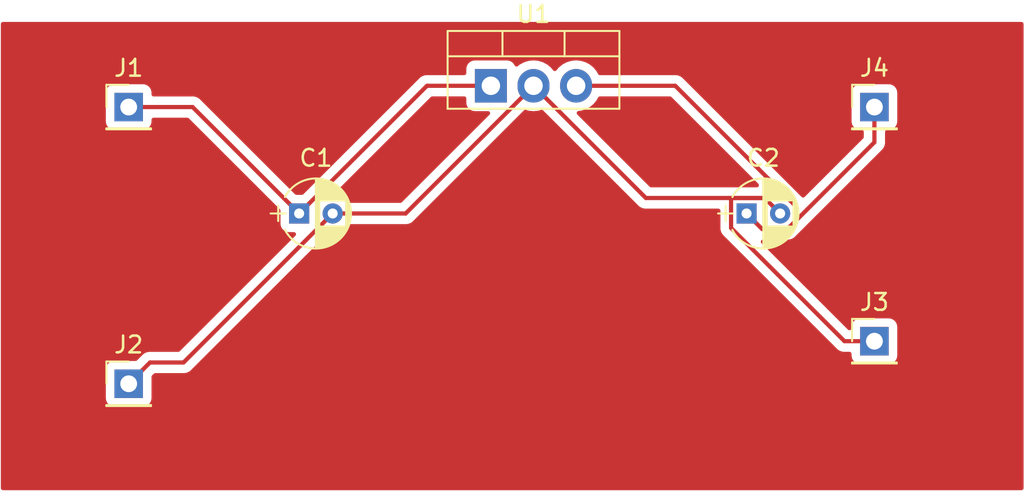
<source format=kicad_pcb>
(kicad_pcb (version 20171130) (host pcbnew 5.1.6+dfsg1-1)

  (general
    (thickness 1.6)
    (drawings 1)
    (tracks 25)
    (zones 0)
    (modules 7)
    (nets 4)
  )

  (page A4)
  (layers
    (0 F.Cu signal)
    (31 B.Cu signal)
    (32 B.Adhes user)
    (33 F.Adhes user)
    (34 B.Paste user)
    (35 F.Paste user)
    (36 B.SilkS user)
    (37 F.SilkS user)
    (38 B.Mask user)
    (39 F.Mask user)
    (40 Dwgs.User user)
    (41 Cmts.User user)
    (42 Eco1.User user)
    (43 Eco2.User user)
    (44 Edge.Cuts user)
    (45 Margin user)
    (46 B.CrtYd user)
    (47 F.CrtYd user)
    (48 B.Fab user)
    (49 F.Fab user)
  )

  (setup
    (last_trace_width 0.25)
    (trace_clearance 0.2)
    (zone_clearance 0.508)
    (zone_45_only no)
    (trace_min 0.2)
    (via_size 0.8)
    (via_drill 0.4)
    (via_min_size 0.4)
    (via_min_drill 0.3)
    (uvia_size 0.3)
    (uvia_drill 0.1)
    (uvias_allowed no)
    (uvia_min_size 0.2)
    (uvia_min_drill 0.1)
    (edge_width 0.05)
    (segment_width 0.2)
    (pcb_text_width 0.3)
    (pcb_text_size 1.5 1.5)
    (mod_edge_width 0.12)
    (mod_text_size 1 1)
    (mod_text_width 0.15)
    (pad_size 1.524 1.524)
    (pad_drill 0.762)
    (pad_to_mask_clearance 0.05)
    (aux_axis_origin 0 0)
    (visible_elements FFFFFF7F)
    (pcbplotparams
      (layerselection 0x010fc_ffffffff)
      (usegerberextensions false)
      (usegerberattributes true)
      (usegerberadvancedattributes true)
      (creategerberjobfile true)
      (excludeedgelayer true)
      (linewidth 0.100000)
      (plotframeref false)
      (viasonmask false)
      (mode 1)
      (useauxorigin false)
      (hpglpennumber 1)
      (hpglpenspeed 20)
      (hpglpendiameter 15.000000)
      (psnegative false)
      (psa4output false)
      (plotreference true)
      (plotvalue true)
      (plotinvisibletext false)
      (padsonsilk false)
      (subtractmaskfromsilk false)
      (outputformat 1)
      (mirror false)
      (drillshape 0)
      (scaleselection 1)
      (outputdirectory ""))
  )

  (net 0 "")
  (net 1 GND)
  (net 2 "Net-(C1-Pad1)")
  (net 3 "Net-(C2-Pad1)")

  (net_class Default "This is the default net class."
    (clearance 0.2)
    (trace_width 0.25)
    (via_dia 0.8)
    (via_drill 0.4)
    (uvia_dia 0.3)
    (uvia_drill 0.1)
    (add_net GND)
    (add_net "Net-(C1-Pad1)")
    (add_net "Net-(C2-Pad1)")
  )

  (module Package_TO_SOT_THT:TO-220-3_Vertical (layer F.Cu) (tedit 5AC8BA0D) (tstamp 611E58C8)
    (at 130.81 82.55)
    (descr "TO-220-3, Vertical, RM 2.54mm, see https://www.vishay.com/docs/66542/to-220-1.pdf")
    (tags "TO-220-3 Vertical RM 2.54mm")
    (path /611EA248)
    (fp_text reference U1 (at 2.54 -4.27) (layer F.SilkS)
      (effects (font (size 1 1) (thickness 0.15)))
    )
    (fp_text value LM7805 (at 2.54 2.5) (layer F.Fab)
      (effects (font (size 1 1) (thickness 0.15)))
    )
    (fp_text user %R (at 2.54 -4.27) (layer F.Fab)
      (effects (font (size 1 1) (thickness 0.15)))
    )
    (fp_line (start -2.46 -3.15) (end -2.46 1.25) (layer F.Fab) (width 0.1))
    (fp_line (start -2.46 1.25) (end 7.54 1.25) (layer F.Fab) (width 0.1))
    (fp_line (start 7.54 1.25) (end 7.54 -3.15) (layer F.Fab) (width 0.1))
    (fp_line (start 7.54 -3.15) (end -2.46 -3.15) (layer F.Fab) (width 0.1))
    (fp_line (start -2.46 -1.88) (end 7.54 -1.88) (layer F.Fab) (width 0.1))
    (fp_line (start 0.69 -3.15) (end 0.69 -1.88) (layer F.Fab) (width 0.1))
    (fp_line (start 4.39 -3.15) (end 4.39 -1.88) (layer F.Fab) (width 0.1))
    (fp_line (start -2.58 -3.27) (end 7.66 -3.27) (layer F.SilkS) (width 0.12))
    (fp_line (start -2.58 1.371) (end 7.66 1.371) (layer F.SilkS) (width 0.12))
    (fp_line (start -2.58 -3.27) (end -2.58 1.371) (layer F.SilkS) (width 0.12))
    (fp_line (start 7.66 -3.27) (end 7.66 1.371) (layer F.SilkS) (width 0.12))
    (fp_line (start -2.58 -1.76) (end 7.66 -1.76) (layer F.SilkS) (width 0.12))
    (fp_line (start 0.69 -3.27) (end 0.69 -1.76) (layer F.SilkS) (width 0.12))
    (fp_line (start 4.391 -3.27) (end 4.391 -1.76) (layer F.SilkS) (width 0.12))
    (fp_line (start -2.71 -3.4) (end -2.71 1.51) (layer F.CrtYd) (width 0.05))
    (fp_line (start -2.71 1.51) (end 7.79 1.51) (layer F.CrtYd) (width 0.05))
    (fp_line (start 7.79 1.51) (end 7.79 -3.4) (layer F.CrtYd) (width 0.05))
    (fp_line (start 7.79 -3.4) (end -2.71 -3.4) (layer F.CrtYd) (width 0.05))
    (pad 3 thru_hole oval (at 5.08 0) (size 1.905 2) (drill 1.1) (layers *.Cu *.Mask)
      (net 3 "Net-(C2-Pad1)"))
    (pad 2 thru_hole oval (at 2.54 0) (size 1.905 2) (drill 1.1) (layers *.Cu *.Mask)
      (net 1 GND))
    (pad 1 thru_hole rect (at 0 0) (size 1.905 2) (drill 1.1) (layers *.Cu *.Mask)
      (net 2 "Net-(C1-Pad1)"))
    (model ${KICAD6_3DMODEL_DIR}/Package_TO_SOT_THT.3dshapes/TO-220-3_Vertical.wrl
      (at (xyz 0 0 0))
      (scale (xyz 1 1 1))
      (rotate (xyz 0 0 0))
    )
  )

  (module Connector_PinHeader_2.54mm:PinHeader_1x01_P2.54mm_Vertical (layer F.Cu) (tedit 59FED5CC) (tstamp 611E58AE)
    (at 153.67 83.82)
    (descr "Through hole straight pin header, 1x01, 2.54mm pitch, single row")
    (tags "Through hole pin header THT 1x01 2.54mm single row")
    (path /61239FA0)
    (fp_text reference J4 (at 0 -2.33) (layer F.SilkS)
      (effects (font (size 1 1) (thickness 0.15)))
    )
    (fp_text value +5V (at 0 2.33) (layer F.Fab)
      (effects (font (size 1 1) (thickness 0.15)))
    )
    (fp_text user %R (at 0 0 90) (layer F.Fab)
      (effects (font (size 1 1) (thickness 0.15)))
    )
    (fp_line (start -0.635 -1.27) (end 1.27 -1.27) (layer F.Fab) (width 0.1))
    (fp_line (start 1.27 -1.27) (end 1.27 1.27) (layer F.Fab) (width 0.1))
    (fp_line (start 1.27 1.27) (end -1.27 1.27) (layer F.Fab) (width 0.1))
    (fp_line (start -1.27 1.27) (end -1.27 -0.635) (layer F.Fab) (width 0.1))
    (fp_line (start -1.27 -0.635) (end -0.635 -1.27) (layer F.Fab) (width 0.1))
    (fp_line (start -1.33 1.33) (end 1.33 1.33) (layer F.SilkS) (width 0.12))
    (fp_line (start -1.33 1.27) (end -1.33 1.33) (layer F.SilkS) (width 0.12))
    (fp_line (start 1.33 1.27) (end 1.33 1.33) (layer F.SilkS) (width 0.12))
    (fp_line (start -1.33 1.27) (end 1.33 1.27) (layer F.SilkS) (width 0.12))
    (fp_line (start -1.33 0) (end -1.33 -1.33) (layer F.SilkS) (width 0.12))
    (fp_line (start -1.33 -1.33) (end 0 -1.33) (layer F.SilkS) (width 0.12))
    (fp_line (start -1.8 -1.8) (end -1.8 1.8) (layer F.CrtYd) (width 0.05))
    (fp_line (start -1.8 1.8) (end 1.8 1.8) (layer F.CrtYd) (width 0.05))
    (fp_line (start 1.8 1.8) (end 1.8 -1.8) (layer F.CrtYd) (width 0.05))
    (fp_line (start 1.8 -1.8) (end -1.8 -1.8) (layer F.CrtYd) (width 0.05))
    (pad 1 thru_hole rect (at 0 0) (size 1.7 1.7) (drill 1) (layers *.Cu *.Mask)
      (net 3 "Net-(C2-Pad1)"))
    (model ${KICAD6_3DMODEL_DIR}/Connector_PinHeader_2.54mm.3dshapes/PinHeader_1x01_P2.54mm_Vertical.wrl
      (at (xyz 0 0 0))
      (scale (xyz 1 1 1))
      (rotate (xyz 0 0 0))
    )
  )

  (module Connector_PinHeader_2.54mm:PinHeader_1x01_P2.54mm_Vertical (layer F.Cu) (tedit 59FED5CC) (tstamp 611E5899)
    (at 153.67 97.79)
    (descr "Through hole straight pin header, 1x01, 2.54mm pitch, single row")
    (tags "Through hole pin header THT 1x01 2.54mm single row")
    (path /611FB2AA)
    (fp_text reference J3 (at 0 -2.33) (layer F.SilkS)
      (effects (font (size 1 1) (thickness 0.15)))
    )
    (fp_text value GND (at 0 2.33) (layer F.Fab)
      (effects (font (size 1 1) (thickness 0.15)))
    )
    (fp_text user %R (at 0 0 90) (layer F.Fab)
      (effects (font (size 1 1) (thickness 0.15)))
    )
    (fp_line (start -0.635 -1.27) (end 1.27 -1.27) (layer F.Fab) (width 0.1))
    (fp_line (start 1.27 -1.27) (end 1.27 1.27) (layer F.Fab) (width 0.1))
    (fp_line (start 1.27 1.27) (end -1.27 1.27) (layer F.Fab) (width 0.1))
    (fp_line (start -1.27 1.27) (end -1.27 -0.635) (layer F.Fab) (width 0.1))
    (fp_line (start -1.27 -0.635) (end -0.635 -1.27) (layer F.Fab) (width 0.1))
    (fp_line (start -1.33 1.33) (end 1.33 1.33) (layer F.SilkS) (width 0.12))
    (fp_line (start -1.33 1.27) (end -1.33 1.33) (layer F.SilkS) (width 0.12))
    (fp_line (start 1.33 1.27) (end 1.33 1.33) (layer F.SilkS) (width 0.12))
    (fp_line (start -1.33 1.27) (end 1.33 1.27) (layer F.SilkS) (width 0.12))
    (fp_line (start -1.33 0) (end -1.33 -1.33) (layer F.SilkS) (width 0.12))
    (fp_line (start -1.33 -1.33) (end 0 -1.33) (layer F.SilkS) (width 0.12))
    (fp_line (start -1.8 -1.8) (end -1.8 1.8) (layer F.CrtYd) (width 0.05))
    (fp_line (start -1.8 1.8) (end 1.8 1.8) (layer F.CrtYd) (width 0.05))
    (fp_line (start 1.8 1.8) (end 1.8 -1.8) (layer F.CrtYd) (width 0.05))
    (fp_line (start 1.8 -1.8) (end -1.8 -1.8) (layer F.CrtYd) (width 0.05))
    (pad 1 thru_hole rect (at 0 0) (size 1.7 1.7) (drill 1) (layers *.Cu *.Mask)
      (net 1 GND))
    (model ${KICAD6_3DMODEL_DIR}/Connector_PinHeader_2.54mm.3dshapes/PinHeader_1x01_P2.54mm_Vertical.wrl
      (at (xyz 0 0 0))
      (scale (xyz 1 1 1))
      (rotate (xyz 0 0 0))
    )
  )

  (module Connector_PinHeader_2.54mm:PinHeader_1x01_P2.54mm_Vertical (layer F.Cu) (tedit 59FED5CC) (tstamp 611E5884)
    (at 109.22 100.33)
    (descr "Through hole straight pin header, 1x01, 2.54mm pitch, single row")
    (tags "Through hole pin header THT 1x01 2.54mm single row")
    (path /611EC6FA)
    (fp_text reference J2 (at 0 -2.33) (layer F.SilkS)
      (effects (font (size 1 1) (thickness 0.15)))
    )
    (fp_text value GND (at 0 2.33) (layer F.Fab)
      (effects (font (size 1 1) (thickness 0.15)))
    )
    (fp_text user %R (at -2.54 0 90) (layer F.Fab)
      (effects (font (size 1 1) (thickness 0.15)))
    )
    (fp_line (start -0.635 -1.27) (end 1.27 -1.27) (layer F.Fab) (width 0.1))
    (fp_line (start 1.27 -1.27) (end 1.27 1.27) (layer F.Fab) (width 0.1))
    (fp_line (start 1.27 1.27) (end -1.27 1.27) (layer F.Fab) (width 0.1))
    (fp_line (start -1.27 1.27) (end -1.27 -0.635) (layer F.Fab) (width 0.1))
    (fp_line (start -1.27 -0.635) (end -0.635 -1.27) (layer F.Fab) (width 0.1))
    (fp_line (start -1.33 1.33) (end 1.33 1.33) (layer F.SilkS) (width 0.12))
    (fp_line (start -1.33 1.27) (end -1.33 1.33) (layer F.SilkS) (width 0.12))
    (fp_line (start 1.33 1.27) (end 1.33 1.33) (layer F.SilkS) (width 0.12))
    (fp_line (start -1.33 1.27) (end 1.33 1.27) (layer F.SilkS) (width 0.12))
    (fp_line (start -1.33 0) (end -1.33 -1.33) (layer F.SilkS) (width 0.12))
    (fp_line (start -1.33 -1.33) (end 0 -1.33) (layer F.SilkS) (width 0.12))
    (fp_line (start -1.8 -1.8) (end -1.8 1.8) (layer F.CrtYd) (width 0.05))
    (fp_line (start -1.8 1.8) (end 1.8 1.8) (layer F.CrtYd) (width 0.05))
    (fp_line (start 1.8 1.8) (end 1.8 -1.8) (layer F.CrtYd) (width 0.05))
    (fp_line (start 1.8 -1.8) (end -1.8 -1.8) (layer F.CrtYd) (width 0.05))
    (pad 1 thru_hole rect (at 0 0) (size 1.7 1.7) (drill 1) (layers *.Cu *.Mask)
      (net 1 GND))
    (model ${KICAD6_3DMODEL_DIR}/Connector_PinHeader_2.54mm.3dshapes/PinHeader_1x01_P2.54mm_Vertical.wrl
      (at (xyz 0 0 0))
      (scale (xyz 1 1 1))
      (rotate (xyz 0 0 0))
    )
  )

  (module Connector_PinHeader_2.54mm:PinHeader_1x01_P2.54mm_Vertical (layer F.Cu) (tedit 59FED5CC) (tstamp 611E586F)
    (at 109.22 83.82)
    (descr "Through hole straight pin header, 1x01, 2.54mm pitch, single row")
    (tags "Through hole pin header THT 1x01 2.54mm single row")
    (path /611EC2FC)
    (fp_text reference J1 (at 0 -2.33) (layer F.SilkS)
      (effects (font (size 1 1) (thickness 0.15)))
    )
    (fp_text value "VCC +9V" (at 0 2.33) (layer F.Fab)
      (effects (font (size 1 1) (thickness 0.15)))
    )
    (fp_text user %R (at 0 0 90) (layer F.Fab)
      (effects (font (size 1 1) (thickness 0.15)))
    )
    (fp_line (start -0.635 -1.27) (end 1.27 -1.27) (layer F.Fab) (width 0.1))
    (fp_line (start 1.27 -1.27) (end 1.27 1.27) (layer F.Fab) (width 0.1))
    (fp_line (start 1.27 1.27) (end -1.27 1.27) (layer F.Fab) (width 0.1))
    (fp_line (start -1.27 1.27) (end -1.27 -0.635) (layer F.Fab) (width 0.1))
    (fp_line (start -1.27 -0.635) (end -0.635 -1.27) (layer F.Fab) (width 0.1))
    (fp_line (start -1.33 1.33) (end 1.33 1.33) (layer F.SilkS) (width 0.12))
    (fp_line (start -1.33 1.27) (end -1.33 1.33) (layer F.SilkS) (width 0.12))
    (fp_line (start 1.33 1.27) (end 1.33 1.33) (layer F.SilkS) (width 0.12))
    (fp_line (start -1.33 1.27) (end 1.33 1.27) (layer F.SilkS) (width 0.12))
    (fp_line (start -1.33 0) (end -1.33 -1.33) (layer F.SilkS) (width 0.12))
    (fp_line (start -1.33 -1.33) (end 0 -1.33) (layer F.SilkS) (width 0.12))
    (fp_line (start -1.8 -1.8) (end -1.8 1.8) (layer F.CrtYd) (width 0.05))
    (fp_line (start -1.8 1.8) (end 1.8 1.8) (layer F.CrtYd) (width 0.05))
    (fp_line (start 1.8 1.8) (end 1.8 -1.8) (layer F.CrtYd) (width 0.05))
    (fp_line (start 1.8 -1.8) (end -1.8 -1.8) (layer F.CrtYd) (width 0.05))
    (pad 1 thru_hole rect (at 0 0) (size 1.7 1.7) (drill 1) (layers *.Cu *.Mask)
      (net 2 "Net-(C1-Pad1)"))
    (model ${KICAD6_3DMODEL_DIR}/Connector_PinHeader_2.54mm.3dshapes/PinHeader_1x01_P2.54mm_Vertical.wrl
      (at (xyz 0 0 0))
      (scale (xyz 1 1 1))
      (rotate (xyz 0 0 0))
    )
  )

  (module Capacitors_ThroughHole:CP_Radial_D4.0mm_P2.00mm (layer F.Cu) (tedit 597BC7C2) (tstamp 611E585A)
    (at 146.05 90.17)
    (descr "CP, Radial series, Radial, pin pitch=2.00mm, , diameter=4mm, Electrolytic Capacitor")
    (tags "CP Radial series Radial pin pitch 2.00mm  diameter 4mm Electrolytic Capacitor")
    (path /611F7079)
    (fp_text reference C2 (at 1 -3.31) (layer F.SilkS)
      (effects (font (size 1 1) (thickness 0.15)))
    )
    (fp_text value 10uF/16V (at 1 3.31) (layer F.Fab)
      (effects (font (size 1 1) (thickness 0.15)))
    )
    (fp_text user %R (at 1 -5.08) (layer F.Fab)
      (effects (font (size 1 1) (thickness 0.15)))
    )
    (fp_arc (start 1 0) (end 2.845996 -0.98) (angle 55.9) (layer F.SilkS) (width 0.12))
    (fp_arc (start 1 0) (end -0.845996 0.98) (angle -124.1) (layer F.SilkS) (width 0.12))
    (fp_arc (start 1 0) (end -0.845996 -0.98) (angle 124.1) (layer F.SilkS) (width 0.12))
    (fp_circle (center 1 0) (end 3 0) (layer F.Fab) (width 0.1))
    (fp_line (start -1.7 0) (end -0.8 0) (layer F.Fab) (width 0.1))
    (fp_line (start -1.25 -0.45) (end -1.25 0.45) (layer F.Fab) (width 0.1))
    (fp_line (start 1 -2.05) (end 1 2.05) (layer F.SilkS) (width 0.12))
    (fp_line (start 1.04 -2.05) (end 1.04 2.05) (layer F.SilkS) (width 0.12))
    (fp_line (start 1.08 -2.049) (end 1.08 2.049) (layer F.SilkS) (width 0.12))
    (fp_line (start 1.12 -2.047) (end 1.12 2.047) (layer F.SilkS) (width 0.12))
    (fp_line (start 1.16 -2.044) (end 1.16 2.044) (layer F.SilkS) (width 0.12))
    (fp_line (start 1.2 -2.041) (end 1.2 2.041) (layer F.SilkS) (width 0.12))
    (fp_line (start 1.24 -2.037) (end 1.24 -0.78) (layer F.SilkS) (width 0.12))
    (fp_line (start 1.24 0.78) (end 1.24 2.037) (layer F.SilkS) (width 0.12))
    (fp_line (start 1.28 -2.032) (end 1.28 -0.78) (layer F.SilkS) (width 0.12))
    (fp_line (start 1.28 0.78) (end 1.28 2.032) (layer F.SilkS) (width 0.12))
    (fp_line (start 1.32 -2.026) (end 1.32 -0.78) (layer F.SilkS) (width 0.12))
    (fp_line (start 1.32 0.78) (end 1.32 2.026) (layer F.SilkS) (width 0.12))
    (fp_line (start 1.36 -2.019) (end 1.36 -0.78) (layer F.SilkS) (width 0.12))
    (fp_line (start 1.36 0.78) (end 1.36 2.019) (layer F.SilkS) (width 0.12))
    (fp_line (start 1.4 -2.012) (end 1.4 -0.78) (layer F.SilkS) (width 0.12))
    (fp_line (start 1.4 0.78) (end 1.4 2.012) (layer F.SilkS) (width 0.12))
    (fp_line (start 1.44 -2.004) (end 1.44 -0.78) (layer F.SilkS) (width 0.12))
    (fp_line (start 1.44 0.78) (end 1.44 2.004) (layer F.SilkS) (width 0.12))
    (fp_line (start 1.48 -1.995) (end 1.48 -0.78) (layer F.SilkS) (width 0.12))
    (fp_line (start 1.48 0.78) (end 1.48 1.995) (layer F.SilkS) (width 0.12))
    (fp_line (start 1.52 -1.985) (end 1.52 -0.78) (layer F.SilkS) (width 0.12))
    (fp_line (start 1.52 0.78) (end 1.52 1.985) (layer F.SilkS) (width 0.12))
    (fp_line (start 1.56 -1.974) (end 1.56 -0.78) (layer F.SilkS) (width 0.12))
    (fp_line (start 1.56 0.78) (end 1.56 1.974) (layer F.SilkS) (width 0.12))
    (fp_line (start 1.6 -1.963) (end 1.6 -0.78) (layer F.SilkS) (width 0.12))
    (fp_line (start 1.6 0.78) (end 1.6 1.963) (layer F.SilkS) (width 0.12))
    (fp_line (start 1.64 -1.95) (end 1.64 -0.78) (layer F.SilkS) (width 0.12))
    (fp_line (start 1.64 0.78) (end 1.64 1.95) (layer F.SilkS) (width 0.12))
    (fp_line (start 1.68 -1.937) (end 1.68 -0.78) (layer F.SilkS) (width 0.12))
    (fp_line (start 1.68 0.78) (end 1.68 1.937) (layer F.SilkS) (width 0.12))
    (fp_line (start 1.721 -1.923) (end 1.721 -0.78) (layer F.SilkS) (width 0.12))
    (fp_line (start 1.721 0.78) (end 1.721 1.923) (layer F.SilkS) (width 0.12))
    (fp_line (start 1.761 -1.907) (end 1.761 -0.78) (layer F.SilkS) (width 0.12))
    (fp_line (start 1.761 0.78) (end 1.761 1.907) (layer F.SilkS) (width 0.12))
    (fp_line (start 1.801 -1.891) (end 1.801 -0.78) (layer F.SilkS) (width 0.12))
    (fp_line (start 1.801 0.78) (end 1.801 1.891) (layer F.SilkS) (width 0.12))
    (fp_line (start 1.841 -1.874) (end 1.841 -0.78) (layer F.SilkS) (width 0.12))
    (fp_line (start 1.841 0.78) (end 1.841 1.874) (layer F.SilkS) (width 0.12))
    (fp_line (start 1.881 -1.856) (end 1.881 -0.78) (layer F.SilkS) (width 0.12))
    (fp_line (start 1.881 0.78) (end 1.881 1.856) (layer F.SilkS) (width 0.12))
    (fp_line (start 1.921 -1.837) (end 1.921 -0.78) (layer F.SilkS) (width 0.12))
    (fp_line (start 1.921 0.78) (end 1.921 1.837) (layer F.SilkS) (width 0.12))
    (fp_line (start 1.961 -1.817) (end 1.961 -0.78) (layer F.SilkS) (width 0.12))
    (fp_line (start 1.961 0.78) (end 1.961 1.817) (layer F.SilkS) (width 0.12))
    (fp_line (start 2.001 -1.796) (end 2.001 -0.78) (layer F.SilkS) (width 0.12))
    (fp_line (start 2.001 0.78) (end 2.001 1.796) (layer F.SilkS) (width 0.12))
    (fp_line (start 2.041 -1.773) (end 2.041 -0.78) (layer F.SilkS) (width 0.12))
    (fp_line (start 2.041 0.78) (end 2.041 1.773) (layer F.SilkS) (width 0.12))
    (fp_line (start 2.081 -1.75) (end 2.081 -0.78) (layer F.SilkS) (width 0.12))
    (fp_line (start 2.081 0.78) (end 2.081 1.75) (layer F.SilkS) (width 0.12))
    (fp_line (start 2.121 -1.725) (end 2.121 -0.78) (layer F.SilkS) (width 0.12))
    (fp_line (start 2.121 0.78) (end 2.121 1.725) (layer F.SilkS) (width 0.12))
    (fp_line (start 2.161 -1.699) (end 2.161 -0.78) (layer F.SilkS) (width 0.12))
    (fp_line (start 2.161 0.78) (end 2.161 1.699) (layer F.SilkS) (width 0.12))
    (fp_line (start 2.201 -1.672) (end 2.201 -0.78) (layer F.SilkS) (width 0.12))
    (fp_line (start 2.201 0.78) (end 2.201 1.672) (layer F.SilkS) (width 0.12))
    (fp_line (start 2.241 -1.643) (end 2.241 -0.78) (layer F.SilkS) (width 0.12))
    (fp_line (start 2.241 0.78) (end 2.241 1.643) (layer F.SilkS) (width 0.12))
    (fp_line (start 2.281 -1.613) (end 2.281 -0.78) (layer F.SilkS) (width 0.12))
    (fp_line (start 2.281 0.78) (end 2.281 1.613) (layer F.SilkS) (width 0.12))
    (fp_line (start 2.321 -1.581) (end 2.321 -0.78) (layer F.SilkS) (width 0.12))
    (fp_line (start 2.321 0.78) (end 2.321 1.581) (layer F.SilkS) (width 0.12))
    (fp_line (start 2.361 -1.547) (end 2.361 -0.78) (layer F.SilkS) (width 0.12))
    (fp_line (start 2.361 0.78) (end 2.361 1.547) (layer F.SilkS) (width 0.12))
    (fp_line (start 2.401 -1.512) (end 2.401 -0.78) (layer F.SilkS) (width 0.12))
    (fp_line (start 2.401 0.78) (end 2.401 1.512) (layer F.SilkS) (width 0.12))
    (fp_line (start 2.441 -1.475) (end 2.441 -0.78) (layer F.SilkS) (width 0.12))
    (fp_line (start 2.441 0.78) (end 2.441 1.475) (layer F.SilkS) (width 0.12))
    (fp_line (start 2.481 -1.436) (end 2.481 -0.78) (layer F.SilkS) (width 0.12))
    (fp_line (start 2.481 0.78) (end 2.481 1.436) (layer F.SilkS) (width 0.12))
    (fp_line (start 2.521 -1.395) (end 2.521 -0.78) (layer F.SilkS) (width 0.12))
    (fp_line (start 2.521 0.78) (end 2.521 1.395) (layer F.SilkS) (width 0.12))
    (fp_line (start 2.561 -1.351) (end 2.561 -0.78) (layer F.SilkS) (width 0.12))
    (fp_line (start 2.561 0.78) (end 2.561 1.351) (layer F.SilkS) (width 0.12))
    (fp_line (start 2.601 -1.305) (end 2.601 -0.78) (layer F.SilkS) (width 0.12))
    (fp_line (start 2.601 0.78) (end 2.601 1.305) (layer F.SilkS) (width 0.12))
    (fp_line (start 2.641 -1.256) (end 2.641 -0.78) (layer F.SilkS) (width 0.12))
    (fp_line (start 2.641 0.78) (end 2.641 1.256) (layer F.SilkS) (width 0.12))
    (fp_line (start 2.681 -1.204) (end 2.681 -0.78) (layer F.SilkS) (width 0.12))
    (fp_line (start 2.681 0.78) (end 2.681 1.204) (layer F.SilkS) (width 0.12))
    (fp_line (start 2.721 -1.148) (end 2.721 -0.78) (layer F.SilkS) (width 0.12))
    (fp_line (start 2.721 0.78) (end 2.721 1.148) (layer F.SilkS) (width 0.12))
    (fp_line (start 2.761 -1.088) (end 2.761 -0.78) (layer F.SilkS) (width 0.12))
    (fp_line (start 2.761 0.78) (end 2.761 1.088) (layer F.SilkS) (width 0.12))
    (fp_line (start 2.801 -1.023) (end 2.801 1.023) (layer F.SilkS) (width 0.12))
    (fp_line (start 2.841 -0.952) (end 2.841 0.952) (layer F.SilkS) (width 0.12))
    (fp_line (start 2.881 -0.874) (end 2.881 0.874) (layer F.SilkS) (width 0.12))
    (fp_line (start 2.921 -0.786) (end 2.921 0.786) (layer F.SilkS) (width 0.12))
    (fp_line (start 2.961 -0.686) (end 2.961 0.686) (layer F.SilkS) (width 0.12))
    (fp_line (start 3.001 -0.567) (end 3.001 0.567) (layer F.SilkS) (width 0.12))
    (fp_line (start 3.041 -0.415) (end 3.041 0.415) (layer F.SilkS) (width 0.12))
    (fp_line (start 3.081 -0.165) (end 3.081 0.165) (layer F.SilkS) (width 0.12))
    (fp_line (start -1.7 0) (end -0.8 0) (layer F.SilkS) (width 0.12))
    (fp_line (start -1.25 -0.45) (end -1.25 0.45) (layer F.SilkS) (width 0.12))
    (fp_line (start -1.35 -2.35) (end -1.35 2.35) (layer F.CrtYd) (width 0.05))
    (fp_line (start -1.35 2.35) (end 3.35 2.35) (layer F.CrtYd) (width 0.05))
    (fp_line (start 3.35 2.35) (end 3.35 -2.35) (layer F.CrtYd) (width 0.05))
    (fp_line (start 3.35 -2.35) (end -1.35 -2.35) (layer F.CrtYd) (width 0.05))
    (pad 2 thru_hole circle (at 2 0) (size 1.2 1.2) (drill 0.6) (layers *.Cu *.Mask)
      (net 1 GND))
    (pad 1 thru_hole rect (at 0 0) (size 1.2 1.2) (drill 0.6) (layers *.Cu *.Mask)
      (net 3 "Net-(C2-Pad1)"))
    (model ${KISYS3DMOD}/Capacitors_THT.3dshapes/CP_Radial_D4.0mm_P2.00mm.wrl
      (at (xyz 0 0 0))
      (scale (xyz 1 1 1))
      (rotate (xyz 0 0 0))
    )
  )

  (module Capacitors_ThroughHole:CP_Radial_D4.0mm_P2.00mm (layer F.Cu) (tedit 597BC7C2) (tstamp 611E57EB)
    (at 119.38 90.17)
    (descr "CP, Radial series, Radial, pin pitch=2.00mm, , diameter=4mm, Electrolytic Capacitor")
    (tags "CP Radial series Radial pin pitch 2.00mm  diameter 4mm Electrolytic Capacitor")
    (path /611EE496)
    (fp_text reference C1 (at 1 -3.31) (layer F.SilkS)
      (effects (font (size 1 1) (thickness 0.15)))
    )
    (fp_text value 200uF/25V (at 1 3.31) (layer F.Fab)
      (effects (font (size 1 1) (thickness 0.15)))
    )
    (fp_text user %R (at 3.81 -3.81) (layer F.Fab)
      (effects (font (size 1 1) (thickness 0.15)))
    )
    (fp_arc (start 1 0) (end 2.845996 -0.98) (angle 55.9) (layer F.SilkS) (width 0.12))
    (fp_arc (start 1 0) (end -0.845996 0.98) (angle -124.1) (layer F.SilkS) (width 0.12))
    (fp_arc (start 1 0) (end -0.845996 -0.98) (angle 124.1) (layer F.SilkS) (width 0.12))
    (fp_circle (center 1 0) (end 3 0) (layer F.Fab) (width 0.1))
    (fp_line (start -1.7 0) (end -0.8 0) (layer F.Fab) (width 0.1))
    (fp_line (start -1.25 -0.45) (end -1.25 0.45) (layer F.Fab) (width 0.1))
    (fp_line (start 1 -2.05) (end 1 2.05) (layer F.SilkS) (width 0.12))
    (fp_line (start 1.04 -2.05) (end 1.04 2.05) (layer F.SilkS) (width 0.12))
    (fp_line (start 1.08 -2.049) (end 1.08 2.049) (layer F.SilkS) (width 0.12))
    (fp_line (start 1.12 -2.047) (end 1.12 2.047) (layer F.SilkS) (width 0.12))
    (fp_line (start 1.16 -2.044) (end 1.16 2.044) (layer F.SilkS) (width 0.12))
    (fp_line (start 1.2 -2.041) (end 1.2 2.041) (layer F.SilkS) (width 0.12))
    (fp_line (start 1.24 -2.037) (end 1.24 -0.78) (layer F.SilkS) (width 0.12))
    (fp_line (start 1.24 0.78) (end 1.24 2.037) (layer F.SilkS) (width 0.12))
    (fp_line (start 1.28 -2.032) (end 1.28 -0.78) (layer F.SilkS) (width 0.12))
    (fp_line (start 1.28 0.78) (end 1.28 2.032) (layer F.SilkS) (width 0.12))
    (fp_line (start 1.32 -2.026) (end 1.32 -0.78) (layer F.SilkS) (width 0.12))
    (fp_line (start 1.32 0.78) (end 1.32 2.026) (layer F.SilkS) (width 0.12))
    (fp_line (start 1.36 -2.019) (end 1.36 -0.78) (layer F.SilkS) (width 0.12))
    (fp_line (start 1.36 0.78) (end 1.36 2.019) (layer F.SilkS) (width 0.12))
    (fp_line (start 1.4 -2.012) (end 1.4 -0.78) (layer F.SilkS) (width 0.12))
    (fp_line (start 1.4 0.78) (end 1.4 2.012) (layer F.SilkS) (width 0.12))
    (fp_line (start 1.44 -2.004) (end 1.44 -0.78) (layer F.SilkS) (width 0.12))
    (fp_line (start 1.44 0.78) (end 1.44 2.004) (layer F.SilkS) (width 0.12))
    (fp_line (start 1.48 -1.995) (end 1.48 -0.78) (layer F.SilkS) (width 0.12))
    (fp_line (start 1.48 0.78) (end 1.48 1.995) (layer F.SilkS) (width 0.12))
    (fp_line (start 1.52 -1.985) (end 1.52 -0.78) (layer F.SilkS) (width 0.12))
    (fp_line (start 1.52 0.78) (end 1.52 1.985) (layer F.SilkS) (width 0.12))
    (fp_line (start 1.56 -1.974) (end 1.56 -0.78) (layer F.SilkS) (width 0.12))
    (fp_line (start 1.56 0.78) (end 1.56 1.974) (layer F.SilkS) (width 0.12))
    (fp_line (start 1.6 -1.963) (end 1.6 -0.78) (layer F.SilkS) (width 0.12))
    (fp_line (start 1.6 0.78) (end 1.6 1.963) (layer F.SilkS) (width 0.12))
    (fp_line (start 1.64 -1.95) (end 1.64 -0.78) (layer F.SilkS) (width 0.12))
    (fp_line (start 1.64 0.78) (end 1.64 1.95) (layer F.SilkS) (width 0.12))
    (fp_line (start 1.68 -1.937) (end 1.68 -0.78) (layer F.SilkS) (width 0.12))
    (fp_line (start 1.68 0.78) (end 1.68 1.937) (layer F.SilkS) (width 0.12))
    (fp_line (start 1.721 -1.923) (end 1.721 -0.78) (layer F.SilkS) (width 0.12))
    (fp_line (start 1.721 0.78) (end 1.721 1.923) (layer F.SilkS) (width 0.12))
    (fp_line (start 1.761 -1.907) (end 1.761 -0.78) (layer F.SilkS) (width 0.12))
    (fp_line (start 1.761 0.78) (end 1.761 1.907) (layer F.SilkS) (width 0.12))
    (fp_line (start 1.801 -1.891) (end 1.801 -0.78) (layer F.SilkS) (width 0.12))
    (fp_line (start 1.801 0.78) (end 1.801 1.891) (layer F.SilkS) (width 0.12))
    (fp_line (start 1.841 -1.874) (end 1.841 -0.78) (layer F.SilkS) (width 0.12))
    (fp_line (start 1.841 0.78) (end 1.841 1.874) (layer F.SilkS) (width 0.12))
    (fp_line (start 1.881 -1.856) (end 1.881 -0.78) (layer F.SilkS) (width 0.12))
    (fp_line (start 1.881 0.78) (end 1.881 1.856) (layer F.SilkS) (width 0.12))
    (fp_line (start 1.921 -1.837) (end 1.921 -0.78) (layer F.SilkS) (width 0.12))
    (fp_line (start 1.921 0.78) (end 1.921 1.837) (layer F.SilkS) (width 0.12))
    (fp_line (start 1.961 -1.817) (end 1.961 -0.78) (layer F.SilkS) (width 0.12))
    (fp_line (start 1.961 0.78) (end 1.961 1.817) (layer F.SilkS) (width 0.12))
    (fp_line (start 2.001 -1.796) (end 2.001 -0.78) (layer F.SilkS) (width 0.12))
    (fp_line (start 2.001 0.78) (end 2.001 1.796) (layer F.SilkS) (width 0.12))
    (fp_line (start 2.041 -1.773) (end 2.041 -0.78) (layer F.SilkS) (width 0.12))
    (fp_line (start 2.041 0.78) (end 2.041 1.773) (layer F.SilkS) (width 0.12))
    (fp_line (start 2.081 -1.75) (end 2.081 -0.78) (layer F.SilkS) (width 0.12))
    (fp_line (start 2.081 0.78) (end 2.081 1.75) (layer F.SilkS) (width 0.12))
    (fp_line (start 2.121 -1.725) (end 2.121 -0.78) (layer F.SilkS) (width 0.12))
    (fp_line (start 2.121 0.78) (end 2.121 1.725) (layer F.SilkS) (width 0.12))
    (fp_line (start 2.161 -1.699) (end 2.161 -0.78) (layer F.SilkS) (width 0.12))
    (fp_line (start 2.161 0.78) (end 2.161 1.699) (layer F.SilkS) (width 0.12))
    (fp_line (start 2.201 -1.672) (end 2.201 -0.78) (layer F.SilkS) (width 0.12))
    (fp_line (start 2.201 0.78) (end 2.201 1.672) (layer F.SilkS) (width 0.12))
    (fp_line (start 2.241 -1.643) (end 2.241 -0.78) (layer F.SilkS) (width 0.12))
    (fp_line (start 2.241 0.78) (end 2.241 1.643) (layer F.SilkS) (width 0.12))
    (fp_line (start 2.281 -1.613) (end 2.281 -0.78) (layer F.SilkS) (width 0.12))
    (fp_line (start 2.281 0.78) (end 2.281 1.613) (layer F.SilkS) (width 0.12))
    (fp_line (start 2.321 -1.581) (end 2.321 -0.78) (layer F.SilkS) (width 0.12))
    (fp_line (start 2.321 0.78) (end 2.321 1.581) (layer F.SilkS) (width 0.12))
    (fp_line (start 2.361 -1.547) (end 2.361 -0.78) (layer F.SilkS) (width 0.12))
    (fp_line (start 2.361 0.78) (end 2.361 1.547) (layer F.SilkS) (width 0.12))
    (fp_line (start 2.401 -1.512) (end 2.401 -0.78) (layer F.SilkS) (width 0.12))
    (fp_line (start 2.401 0.78) (end 2.401 1.512) (layer F.SilkS) (width 0.12))
    (fp_line (start 2.441 -1.475) (end 2.441 -0.78) (layer F.SilkS) (width 0.12))
    (fp_line (start 2.441 0.78) (end 2.441 1.475) (layer F.SilkS) (width 0.12))
    (fp_line (start 2.481 -1.436) (end 2.481 -0.78) (layer F.SilkS) (width 0.12))
    (fp_line (start 2.481 0.78) (end 2.481 1.436) (layer F.SilkS) (width 0.12))
    (fp_line (start 2.521 -1.395) (end 2.521 -0.78) (layer F.SilkS) (width 0.12))
    (fp_line (start 2.521 0.78) (end 2.521 1.395) (layer F.SilkS) (width 0.12))
    (fp_line (start 2.561 -1.351) (end 2.561 -0.78) (layer F.SilkS) (width 0.12))
    (fp_line (start 2.561 0.78) (end 2.561 1.351) (layer F.SilkS) (width 0.12))
    (fp_line (start 2.601 -1.305) (end 2.601 -0.78) (layer F.SilkS) (width 0.12))
    (fp_line (start 2.601 0.78) (end 2.601 1.305) (layer F.SilkS) (width 0.12))
    (fp_line (start 2.641 -1.256) (end 2.641 -0.78) (layer F.SilkS) (width 0.12))
    (fp_line (start 2.641 0.78) (end 2.641 1.256) (layer F.SilkS) (width 0.12))
    (fp_line (start 2.681 -1.204) (end 2.681 -0.78) (layer F.SilkS) (width 0.12))
    (fp_line (start 2.681 0.78) (end 2.681 1.204) (layer F.SilkS) (width 0.12))
    (fp_line (start 2.721 -1.148) (end 2.721 -0.78) (layer F.SilkS) (width 0.12))
    (fp_line (start 2.721 0.78) (end 2.721 1.148) (layer F.SilkS) (width 0.12))
    (fp_line (start 2.761 -1.088) (end 2.761 -0.78) (layer F.SilkS) (width 0.12))
    (fp_line (start 2.761 0.78) (end 2.761 1.088) (layer F.SilkS) (width 0.12))
    (fp_line (start 2.801 -1.023) (end 2.801 1.023) (layer F.SilkS) (width 0.12))
    (fp_line (start 2.841 -0.952) (end 2.841 0.952) (layer F.SilkS) (width 0.12))
    (fp_line (start 2.881 -0.874) (end 2.881 0.874) (layer F.SilkS) (width 0.12))
    (fp_line (start 2.921 -0.786) (end 2.921 0.786) (layer F.SilkS) (width 0.12))
    (fp_line (start 2.961 -0.686) (end 2.961 0.686) (layer F.SilkS) (width 0.12))
    (fp_line (start 3.001 -0.567) (end 3.001 0.567) (layer F.SilkS) (width 0.12))
    (fp_line (start 3.041 -0.415) (end 3.041 0.415) (layer F.SilkS) (width 0.12))
    (fp_line (start 3.081 -0.165) (end 3.081 0.165) (layer F.SilkS) (width 0.12))
    (fp_line (start -1.7 0) (end -0.8 0) (layer F.SilkS) (width 0.12))
    (fp_line (start -1.25 -0.45) (end -1.25 0.45) (layer F.SilkS) (width 0.12))
    (fp_line (start -1.35 -2.35) (end -1.35 2.35) (layer F.CrtYd) (width 0.05))
    (fp_line (start -1.35 2.35) (end 3.35 2.35) (layer F.CrtYd) (width 0.05))
    (fp_line (start 3.35 2.35) (end 3.35 -2.35) (layer F.CrtYd) (width 0.05))
    (fp_line (start 3.35 -2.35) (end -1.35 -2.35) (layer F.CrtYd) (width 0.05))
    (pad 2 thru_hole circle (at 2 0) (size 1.2 1.2) (drill 0.6) (layers *.Cu *.Mask)
      (net 1 GND))
    (pad 1 thru_hole rect (at 0 0) (size 1.2 1.2) (drill 0.6) (layers *.Cu *.Mask)
      (net 2 "Net-(C1-Pad1)"))
    (model ${KISYS3DMOD}/Capacitors_THT.3dshapes/CP_Radial_D4.0mm_P2.00mm.wrl
      (at (xyz 0 0 0))
      (scale (xyz 1 1 1))
      (rotate (xyz 0 0 0))
    )
  )

  (gr_poly (pts (xy 162.56 106.68) (xy 101.6 106.68) (xy 101.6 78.74) (xy 162.56 78.74)) (layer Dwgs.User) (width 0.1))

  (segment (start 125.73 90.17) (end 133.35 82.55) (width 0.25) (layer F.Cu) (net 1))
  (segment (start 121.38 90.17) (end 125.73 90.17) (width 0.25) (layer F.Cu) (net 1))
  (segment (start 121.38 90.17) (end 112.49 99.06) (width 0.25) (layer F.Cu) (net 1))
  (segment (start 110.49 99.06) (end 109.22 100.33) (width 0.25) (layer F.Cu) (net 1))
  (segment (start 112.49 99.06) (end 110.49 99.06) (width 0.25) (layer F.Cu) (net 1))
  (segment (start 140.044999 89.244999) (end 147.124999 89.244999) (width 0.25) (layer F.Cu) (net 1))
  (segment (start 133.35 82.55) (end 140.044999 89.244999) (width 0.25) (layer F.Cu) (net 1))
  (segment (start 151.884998 97.79) (end 153.67 97.79) (width 0.25) (layer F.Cu) (net 1))
  (segment (start 145.124999 91.030001) (end 151.884998 97.79) (width 0.25) (layer F.Cu) (net 1))
  (segment (start 145.124999 89.309999) (end 145.124999 91.030001) (width 0.25) (layer F.Cu) (net 1))
  (segment (start 145.189999 89.244999) (end 145.124999 89.309999) (width 0.25) (layer F.Cu) (net 1))
  (segment (start 147.124999 89.244999) (end 145.189999 89.244999) (width 0.25) (layer F.Cu) (net 1))
  (segment (start 148.05 90.17) (end 147.124999 89.244999) (width 0.25) (layer F.Cu) (net 1))
  (segment (start 113.03 83.82) (end 119.38 90.17) (width 0.25) (layer F.Cu) (net 2))
  (segment (start 109.22 83.82) (end 113.03 83.82) (width 0.25) (layer F.Cu) (net 2))
  (segment (start 127 82.55) (end 130.81 82.55) (width 0.25) (layer F.Cu) (net 2))
  (segment (start 119.38 90.17) (end 127 82.55) (width 0.25) (layer F.Cu) (net 2))
  (segment (start 148.975001 90.614001) (end 148.494001 91.095001) (width 0.25) (layer F.Cu) (net 3))
  (segment (start 148.975001 89.725999) (end 148.975001 90.614001) (width 0.25) (layer F.Cu) (net 3))
  (segment (start 141.799002 82.55) (end 148.975001 89.725999) (width 0.25) (layer F.Cu) (net 3))
  (segment (start 135.89 82.55) (end 141.799002 82.55) (width 0.25) (layer F.Cu) (net 3))
  (segment (start 146.975001 91.095001) (end 146.05 90.17) (width 0.25) (layer F.Cu) (net 3))
  (segment (start 148.494001 91.095001) (end 146.975001 91.095001) (width 0.25) (layer F.Cu) (net 3))
  (segment (start 153.67 85.919002) (end 148.494001 91.095001) (width 0.25) (layer F.Cu) (net 3))
  (segment (start 153.67 83.82) (end 153.67 85.919002) (width 0.25) (layer F.Cu) (net 3))

  (zone (net 0) (net_name "") (layer F.Cu) (tstamp 611E6092) (hatch edge 0.508)
    (connect_pads (clearance 0.508))
    (min_thickness 0.254)
    (fill yes (arc_segments 32) (thermal_gap 0.508) (thermal_bridge_width 0.508))
    (polygon
      (pts
        (xy 162.56 106.68) (xy 101.6 106.68) (xy 101.6 78.74) (xy 162.56 78.74)
      )
    )
    (filled_polygon
      (pts
        (xy 162.433 106.553) (xy 101.727 106.553) (xy 101.727 82.97) (xy 107.731928 82.97) (xy 107.731928 84.67)
        (xy 107.744188 84.794482) (xy 107.780498 84.91418) (xy 107.839463 85.024494) (xy 107.918815 85.121185) (xy 108.015506 85.200537)
        (xy 108.12582 85.259502) (xy 108.245518 85.295812) (xy 108.37 85.308072) (xy 110.07 85.308072) (xy 110.194482 85.295812)
        (xy 110.31418 85.259502) (xy 110.424494 85.200537) (xy 110.521185 85.121185) (xy 110.600537 85.024494) (xy 110.659502 84.91418)
        (xy 110.695812 84.794482) (xy 110.708072 84.67) (xy 110.708072 84.58) (xy 112.715199 84.58) (xy 118.141928 90.00673)
        (xy 118.141928 90.77) (xy 118.154188 90.894482) (xy 118.190498 91.01418) (xy 118.249463 91.124494) (xy 118.328815 91.221185)
        (xy 118.425506 91.300537) (xy 118.53582 91.359502) (xy 118.655518 91.395812) (xy 118.78 91.408072) (xy 119.067126 91.408072)
        (xy 112.175199 98.3) (xy 110.527322 98.3) (xy 110.489999 98.296324) (xy 110.452676 98.3) (xy 110.452667 98.3)
        (xy 110.341014 98.310997) (xy 110.197753 98.354454) (xy 110.065724 98.425026) (xy 109.949999 98.519999) (xy 109.926201 98.548997)
        (xy 109.63327 98.841928) (xy 108.37 98.841928) (xy 108.245518 98.854188) (xy 108.12582 98.890498) (xy 108.015506 98.949463)
        (xy 107.918815 99.028815) (xy 107.839463 99.125506) (xy 107.780498 99.23582) (xy 107.744188 99.355518) (xy 107.731928 99.48)
        (xy 107.731928 101.18) (xy 107.744188 101.304482) (xy 107.780498 101.42418) (xy 107.839463 101.534494) (xy 107.918815 101.631185)
        (xy 108.015506 101.710537) (xy 108.12582 101.769502) (xy 108.245518 101.805812) (xy 108.37 101.818072) (xy 110.07 101.818072)
        (xy 110.194482 101.805812) (xy 110.31418 101.769502) (xy 110.424494 101.710537) (xy 110.521185 101.631185) (xy 110.600537 101.534494)
        (xy 110.659502 101.42418) (xy 110.695812 101.304482) (xy 110.708072 101.18) (xy 110.708072 99.91673) (xy 110.804802 99.82)
        (xy 112.452678 99.82) (xy 112.49 99.823676) (xy 112.527322 99.82) (xy 112.527333 99.82) (xy 112.638986 99.809003)
        (xy 112.782247 99.765546) (xy 112.914276 99.694974) (xy 113.030001 99.600001) (xy 113.053804 99.570997) (xy 121.2262 91.398602)
        (xy 121.258363 91.405) (xy 121.501637 91.405) (xy 121.740236 91.35754) (xy 121.964992 91.264443) (xy 122.167267 91.129287)
        (xy 122.339287 90.957267) (xy 122.357506 90.93) (xy 125.692678 90.93) (xy 125.73 90.933676) (xy 125.767322 90.93)
        (xy 125.767333 90.93) (xy 125.878986 90.919003) (xy 126.022247 90.875546) (xy 126.154276 90.804974) (xy 126.270001 90.710001)
        (xy 126.293804 90.680997) (xy 132.865378 84.109424) (xy 133.038797 84.16203) (xy 133.35 84.192681) (xy 133.661204 84.16203)
        (xy 133.834623 84.109424) (xy 139.481204 89.756007) (xy 139.504998 89.785) (xy 139.533991 89.808794) (xy 139.533995 89.808798)
        (xy 139.584597 89.850325) (xy 139.620723 89.879973) (xy 139.752752 89.950545) (xy 139.896013 89.994002) (xy 140.007666 90.004999)
        (xy 140.007675 90.004999) (xy 140.044998 90.008675) (xy 140.082321 90.004999) (xy 144.364999 90.004999) (xy 144.365 90.992669)
        (xy 144.361323 91.030001) (xy 144.375997 91.178986) (xy 144.419453 91.322247) (xy 144.490025 91.454277) (xy 144.54337 91.519277)
        (xy 144.584999 91.570002) (xy 144.613997 91.5938) (xy 151.321199 98.301003) (xy 151.344997 98.330001) (xy 151.460722 98.424974)
        (xy 151.592751 98.495546) (xy 151.736012 98.539003) (xy 151.847665 98.55) (xy 151.847674 98.55) (xy 151.884997 98.553676)
        (xy 151.92232 98.55) (xy 152.181928 98.55) (xy 152.181928 98.64) (xy 152.194188 98.764482) (xy 152.230498 98.88418)
        (xy 152.289463 98.994494) (xy 152.368815 99.091185) (xy 152.465506 99.170537) (xy 152.57582 99.229502) (xy 152.695518 99.265812)
        (xy 152.82 99.278072) (xy 154.52 99.278072) (xy 154.644482 99.265812) (xy 154.76418 99.229502) (xy 154.874494 99.170537)
        (xy 154.971185 99.091185) (xy 155.050537 98.994494) (xy 155.109502 98.88418) (xy 155.145812 98.764482) (xy 155.158072 98.64)
        (xy 155.158072 96.94) (xy 155.145812 96.815518) (xy 155.109502 96.69582) (xy 155.050537 96.585506) (xy 154.971185 96.488815)
        (xy 154.874494 96.409463) (xy 154.76418 96.350498) (xy 154.644482 96.314188) (xy 154.52 96.301928) (xy 152.82 96.301928)
        (xy 152.695518 96.314188) (xy 152.57582 96.350498) (xy 152.465506 96.409463) (xy 152.368815 96.488815) (xy 152.289463 96.585506)
        (xy 152.230498 96.69582) (xy 152.194188 96.815518) (xy 152.181928 96.94) (xy 152.181928 97.012128) (xy 147.0248 91.855001)
        (xy 148.456679 91.855001) (xy 148.494001 91.858677) (xy 148.531323 91.855001) (xy 148.531334 91.855001) (xy 148.642987 91.844004)
        (xy 148.786248 91.800547) (xy 148.918277 91.729975) (xy 149.034002 91.635002) (xy 149.057805 91.605998) (xy 149.485998 91.177805)
        (xy 149.515002 91.154002) (xy 149.538804 91.124999) (xy 154.181003 86.482801) (xy 154.210001 86.459003) (xy 154.236332 86.426919)
        (xy 154.304974 86.343279) (xy 154.375546 86.211249) (xy 154.419003 86.067988) (xy 154.43 85.956335) (xy 154.43 85.956325)
        (xy 154.433676 85.919002) (xy 154.43 85.88168) (xy 154.43 85.308072) (xy 154.52 85.308072) (xy 154.644482 85.295812)
        (xy 154.76418 85.259502) (xy 154.874494 85.200537) (xy 154.971185 85.121185) (xy 155.050537 85.024494) (xy 155.109502 84.91418)
        (xy 155.145812 84.794482) (xy 155.158072 84.67) (xy 155.158072 82.97) (xy 155.145812 82.845518) (xy 155.109502 82.72582)
        (xy 155.050537 82.615506) (xy 154.971185 82.518815) (xy 154.874494 82.439463) (xy 154.76418 82.380498) (xy 154.644482 82.344188)
        (xy 154.52 82.331928) (xy 152.82 82.331928) (xy 152.695518 82.344188) (xy 152.57582 82.380498) (xy 152.465506 82.439463)
        (xy 152.368815 82.518815) (xy 152.289463 82.615506) (xy 152.230498 82.72582) (xy 152.194188 82.845518) (xy 152.181928 82.97)
        (xy 152.181928 84.67) (xy 152.194188 84.794482) (xy 152.230498 84.91418) (xy 152.289463 85.024494) (xy 152.368815 85.121185)
        (xy 152.465506 85.200537) (xy 152.57582 85.259502) (xy 152.695518 85.295812) (xy 152.82 85.308072) (xy 152.910001 85.308072)
        (xy 152.910001 85.604199) (xy 149.419002 89.095198) (xy 142.362806 82.039003) (xy 142.339003 82.009999) (xy 142.223278 81.915026)
        (xy 142.091249 81.844454) (xy 141.947988 81.800997) (xy 141.836335 81.79) (xy 141.836324 81.79) (xy 141.799002 81.786324)
        (xy 141.76168 81.79) (xy 137.309208 81.79) (xy 137.216345 81.616265) (xy 137.017963 81.374537) (xy 136.776234 81.176155)
        (xy 136.500448 81.028745) (xy 136.201203 80.93797) (xy 135.89 80.907319) (xy 135.578796 80.93797) (xy 135.279551 81.028745)
        (xy 135.003765 81.176155) (xy 134.762037 81.374537) (xy 134.62 81.547609) (xy 134.477963 81.374537) (xy 134.236234 81.176155)
        (xy 133.960448 81.028745) (xy 133.661203 80.93797) (xy 133.35 80.907319) (xy 133.038796 80.93797) (xy 132.739551 81.028745)
        (xy 132.463765 81.176155) (xy 132.337905 81.279446) (xy 132.293037 81.195506) (xy 132.213685 81.098815) (xy 132.116994 81.019463)
        (xy 132.00668 80.960498) (xy 131.886982 80.924188) (xy 131.7625 80.911928) (xy 129.8575 80.911928) (xy 129.733018 80.924188)
        (xy 129.61332 80.960498) (xy 129.503006 81.019463) (xy 129.406315 81.098815) (xy 129.326963 81.195506) (xy 129.267998 81.30582)
        (xy 129.231688 81.425518) (xy 129.219428 81.55) (xy 129.219428 81.79) (xy 127.037322 81.79) (xy 126.999999 81.786324)
        (xy 126.962676 81.79) (xy 126.962667 81.79) (xy 126.851014 81.800997) (xy 126.707753 81.844454) (xy 126.575724 81.915026)
        (xy 126.459999 82.009999) (xy 126.436201 82.038997) (xy 119.543271 88.931928) (xy 119.21673 88.931928) (xy 113.593804 83.309003)
        (xy 113.570001 83.279999) (xy 113.454276 83.185026) (xy 113.322247 83.114454) (xy 113.178986 83.070997) (xy 113.067333 83.06)
        (xy 113.067322 83.06) (xy 113.03 83.056324) (xy 112.992678 83.06) (xy 110.708072 83.06) (xy 110.708072 82.97)
        (xy 110.695812 82.845518) (xy 110.659502 82.72582) (xy 110.600537 82.615506) (xy 110.521185 82.518815) (xy 110.424494 82.439463)
        (xy 110.31418 82.380498) (xy 110.194482 82.344188) (xy 110.07 82.331928) (xy 108.37 82.331928) (xy 108.245518 82.344188)
        (xy 108.12582 82.380498) (xy 108.015506 82.439463) (xy 107.918815 82.518815) (xy 107.839463 82.615506) (xy 107.780498 82.72582)
        (xy 107.744188 82.845518) (xy 107.731928 82.97) (xy 101.727 82.97) (xy 101.727 78.867) (xy 162.433 78.867)
      )
    )
    (filled_polygon
      (pts
        (xy 129.219428 83.55) (xy 129.231688 83.674482) (xy 129.267998 83.79418) (xy 129.326963 83.904494) (xy 129.406315 84.001185)
        (xy 129.503006 84.080537) (xy 129.61332 84.139502) (xy 129.733018 84.175812) (xy 129.8575 84.188072) (xy 130.637126 84.188072)
        (xy 125.415199 89.41) (xy 122.357506 89.41) (xy 122.339287 89.382733) (xy 122.167267 89.210713) (xy 121.964992 89.075557)
        (xy 121.740236 88.98246) (xy 121.658583 88.966218) (xy 127.314802 83.31) (xy 129.219428 83.31)
      )
    )
    (filled_polygon
      (pts
        (xy 146.659199 88.484999) (xy 145.227322 88.484999) (xy 145.189999 88.481323) (xy 145.152677 88.484999) (xy 140.359802 88.484999)
        (xy 136.051569 84.176768) (xy 136.201204 84.16203) (xy 136.500449 84.071255) (xy 136.776235 83.923845) (xy 137.017963 83.725463)
        (xy 137.216345 83.483734) (xy 137.309207 83.31) (xy 141.484201 83.31)
      )
    )
  )
)

</source>
